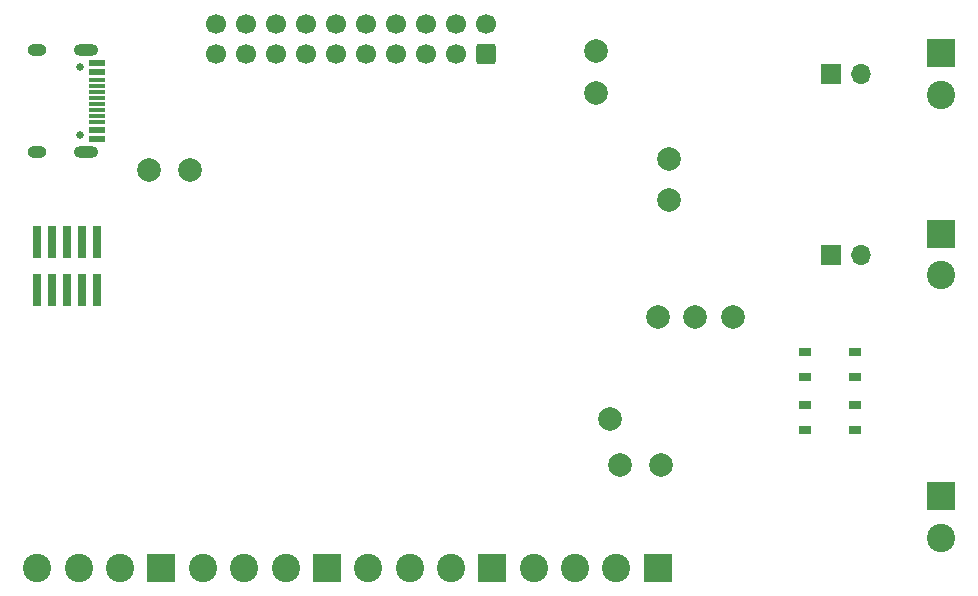
<source format=gbs>
%TF.GenerationSoftware,KiCad,Pcbnew,6.0.9-1.fc35*%
%TF.CreationDate,2023-01-19T10:10:12+00:00*%
%TF.ProjectId,grblPANEL,6772626c-5041-44e4-954c-2e6b69636164,rev?*%
%TF.SameCoordinates,Original*%
%TF.FileFunction,Soldermask,Bot*%
%TF.FilePolarity,Negative*%
%FSLAX46Y46*%
G04 Gerber Fmt 4.6, Leading zero omitted, Abs format (unit mm)*
G04 Created by KiCad (PCBNEW 6.0.9-1.fc35) date 2023-01-19 10:10:12*
%MOMM*%
%LPD*%
G01*
G04 APERTURE LIST*
G04 Aperture macros list*
%AMRoundRect*
0 Rectangle with rounded corners*
0 $1 Rounding radius*
0 $2 $3 $4 $5 $6 $7 $8 $9 X,Y pos of 4 corners*
0 Add a 4 corners polygon primitive as box body*
4,1,4,$2,$3,$4,$5,$6,$7,$8,$9,$2,$3,0*
0 Add four circle primitives for the rounded corners*
1,1,$1+$1,$2,$3*
1,1,$1+$1,$4,$5*
1,1,$1+$1,$6,$7*
1,1,$1+$1,$8,$9*
0 Add four rect primitives between the rounded corners*
20,1,$1+$1,$2,$3,$4,$5,0*
20,1,$1+$1,$4,$5,$6,$7,0*
20,1,$1+$1,$6,$7,$8,$9,0*
20,1,$1+$1,$8,$9,$2,$3,0*%
G04 Aperture macros list end*
%ADD10C,2.000000*%
%ADD11R,2.400000X2.400000*%
%ADD12C,2.400000*%
%ADD13R,1.700000X1.700000*%
%ADD14O,1.700000X1.700000*%
%ADD15R,1.050000X0.650000*%
%ADD16R,0.740000X2.790000*%
%ADD17C,0.650000*%
%ADD18R,1.450000X0.600000*%
%ADD19R,1.450000X0.300000*%
%ADD20O,2.100000X1.000000*%
%ADD21O,1.600000X1.000000*%
%ADD22RoundRect,0.250000X0.600000X-0.600000X0.600000X0.600000X-0.600000X0.600000X-0.600000X-0.600000X0*%
%ADD23C,1.700000*%
G04 APERTURE END LIST*
D10*
X163200000Y-103800000D03*
X154800000Y-81300000D03*
X156000000Y-112400000D03*
X166400000Y-103800000D03*
X116900000Y-91300000D03*
X156800000Y-116300000D03*
X161000000Y-90400000D03*
X161000000Y-93900000D03*
X160300000Y-116300000D03*
X154800000Y-84800000D03*
X120400000Y-91300000D03*
X160000000Y-103800000D03*
D11*
X118000000Y-125000000D03*
D12*
X114500000Y-125000000D03*
X111000000Y-125000000D03*
X107500000Y-125000000D03*
D13*
X174710000Y-98500000D03*
D14*
X177250000Y-98500000D03*
D15*
X176675000Y-111225000D03*
X172525000Y-111225000D03*
X176675000Y-113375000D03*
X172525000Y-113375000D03*
D11*
X160000000Y-125000000D03*
D12*
X156500000Y-125000000D03*
X153000000Y-125000000D03*
X149500000Y-125000000D03*
D13*
X174725000Y-83200000D03*
D14*
X177265000Y-83200000D03*
D11*
X184000000Y-81450000D03*
D12*
X184000000Y-84950000D03*
D16*
X112540000Y-101532000D03*
X112540000Y-97468000D03*
X111270000Y-101532000D03*
X111270000Y-97468000D03*
X110000000Y-101532000D03*
X110000000Y-97468000D03*
X108730000Y-101532000D03*
X108730000Y-97468000D03*
X107460000Y-101532000D03*
X107460000Y-97468000D03*
D11*
X184000000Y-118950000D03*
D12*
X184000000Y-122450000D03*
D15*
X172525000Y-106725000D03*
X176675000Y-106725000D03*
X176675000Y-108875000D03*
X172525000Y-108875000D03*
D17*
X111100000Y-88390000D03*
X111100000Y-82610000D03*
D18*
X112545000Y-88750000D03*
X112545000Y-87950000D03*
D19*
X112545000Y-86750000D03*
X112545000Y-85750000D03*
X112545000Y-85250000D03*
X112545000Y-84250000D03*
D18*
X112545000Y-83050000D03*
X112545000Y-82250000D03*
X112545000Y-82250000D03*
X112545000Y-83050000D03*
D19*
X112545000Y-83750000D03*
X112545000Y-84750000D03*
X112545000Y-86250000D03*
X112545000Y-87250000D03*
D18*
X112545000Y-87950000D03*
X112545000Y-88750000D03*
D20*
X111630000Y-81180000D03*
D21*
X107450000Y-81180000D03*
D20*
X111630000Y-89820000D03*
D21*
X107450000Y-89820000D03*
D11*
X132000000Y-125000000D03*
D12*
X128500000Y-125000000D03*
X125000000Y-125000000D03*
X121500000Y-125000000D03*
D22*
X145500000Y-81500000D03*
D23*
X145500000Y-78960000D03*
X142960000Y-81500000D03*
X142960000Y-78960000D03*
X140420000Y-81500000D03*
X140420000Y-78960000D03*
X137880000Y-81500000D03*
X137880000Y-78960000D03*
X135340000Y-81500000D03*
X135340000Y-78960000D03*
X132800000Y-81500000D03*
X132800000Y-78960000D03*
X130260000Y-81500000D03*
X130260000Y-78960000D03*
X127720000Y-81500000D03*
X127720000Y-78960000D03*
X125180000Y-81500000D03*
X125180000Y-78960000D03*
X122640000Y-81500000D03*
X122640000Y-78960000D03*
D11*
X184000000Y-96750000D03*
D12*
X184000000Y-100250000D03*
D11*
X146000000Y-125000000D03*
D12*
X142500000Y-125000000D03*
X139000000Y-125000000D03*
X135500000Y-125000000D03*
M02*

</source>
